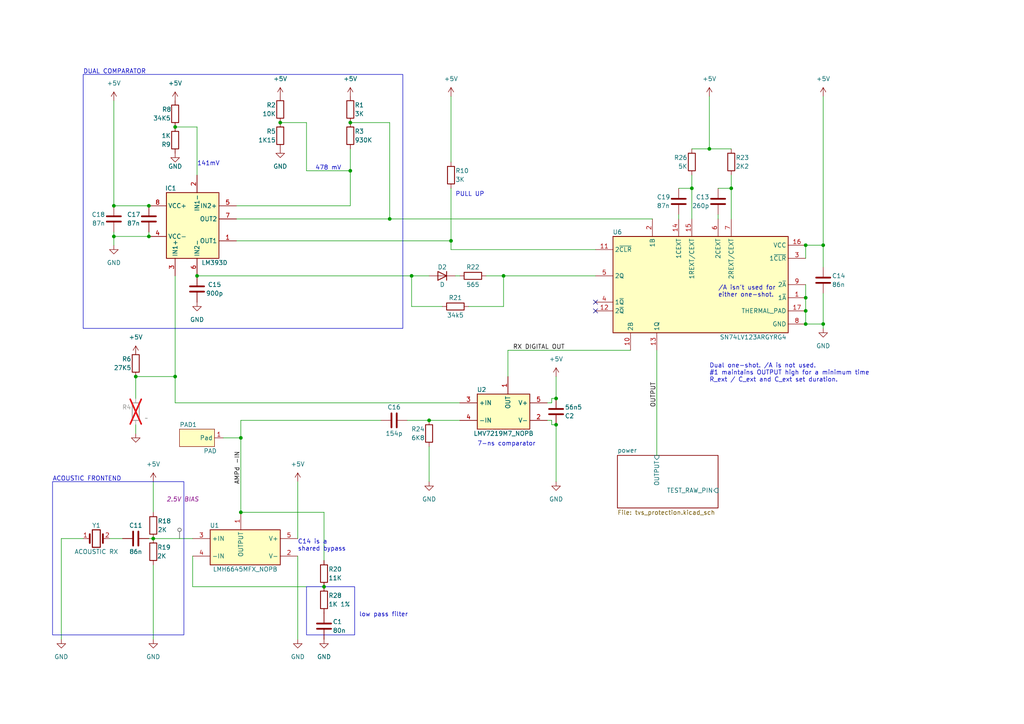
<source format=kicad_sch>
(kicad_sch (version 20230409) (generator eeschema)
  (paper "A4")
  (lib_symbols
    (symbol "Crystal_1" (pin_names (offset 1.016) hide)
      (property "Reference" "Y2" (at 0 6.35 0))
      (property "Value" "Crystal" (at 0 3.81 0))
      (symbol "Crystal_1_0_1"
        (rectangle (start -1.143 2.54) (end 1.143 -2.54) (stroke (width 0.3048)))
        (polyline (pts (xy -2.54 0) (xy -1.905 0)))
        (polyline (pts (xy -1.905 -1.27) (xy -1.905 1.27)) (stroke (width 0.508)))
        (polyline (pts (xy 1.905 -1.27) (xy 1.905 1.27)) (stroke (width 0.508)))
        (polyline (pts (xy 2.54 0) (xy 1.905 0)))
      )
      (symbol "Crystal_1_1_1"
        (pin passive line (at -3.81 0 0) (length 1.27) (name "1") (number "1"))
        (pin passive line (at 3.81 0 180) (length 1.27) (name "2") (number "2"))
      )
    )
    (symbol "Device:C" (pin_numbers hide) (pin_names (offset 0.254))
      (property "Reference" "C" (at 0.635 2.54 0))
      (property "Value" "C" (at 0.635 -2.54 0))
      (symbol "C_0_1"
        (polyline (pts (xy -2.032 -0.762) (xy 2.032 -0.762)) (stroke (width 0.508)))
        (polyline (pts (xy -2.032 0.762) (xy 2.032 0.762)) (stroke (width 0.508)))
      )
      (symbol "C_1_1"
        (pin passive line (at 0 3.81 270) (length 2.794) (name "~") (number "1"))
        (pin passive line (at 0 -3.81 90) (length 2.794) (name "~") (number "2"))
      )
    )
    (symbol "Device:D" (pin_numbers hide) (pin_names (offset 1.016) hide)
      (property "Reference" "D" (at 0 2.54 0))
      (property "Value" "D" (at 0 -2.54 0))
      (symbol "D_0_1"
        (polyline (pts (xy -1.27 1.27) (xy -1.27 -1.27)) (stroke (width 0.254)))
        (polyline (pts (xy 1.27 0) (xy -1.27 0)))
        (polyline (pts (xy 1.27 1.27) (xy 1.27 -1.27) (xy -1.27 0) (xy 1.27 1.27)) (stroke (width 0.254)))
      )
      (symbol "D_1_1"
        (pin passive line (at -3.81 0 0) (length 2.54) (name "K") (number "1"))
        (pin passive line (at 3.81 0 180) (length 2.54) (name "A") (number "2"))
      )
    )
    (symbol "Device:R" (pin_numbers hide) (pin_names (offset 0))
      (property "Reference" "R" (at 2.032 0 90))
      (property "Value" "R" (at 0 0 90))
      (symbol "R_0_1"
        (rectangle (start -1.016 -2.54) (end 1.016 2.54) (stroke (width 0.254)))
      )
      (symbol "R_1_1"
        (pin passive line (at 0 3.81 270) (length 1.27) (name "~") (number "1"))
        (pin passive line (at 0 -3.81 90) (length 1.27) (name "~") (number "2"))
      )
    )
    (symbol "LM393D_1"
      (property "Reference" "IC1" (at 6.35 3.81 0))
      (property "Value" "LM393D" (at 19.05 -17.78 0))
      (symbol "LM393D_1_1_1"
        (rectangle (start 5.08 2.54) (end 20.32 -16.51) (stroke (width 0.254)) (fill (type background)))
        (pin passive line (at 25.4 -11.43 180) (length 5.08) (name "OUT1") (number "1"))
        (pin passive line (at 13.97 7.62 270) (length 5.08) (name "IN1-") (number "2"))
        (pin passive line (at 7.62 -21.59 90) (length 5.08) (name "IN1+") (number "3"))
        (pin passive line (at 0 -10.16 0) (length 5.08) (name "VCC-") (number "4"))
        (pin passive line (at 25.4 -1.27 180) (length 5.08) (name "IN2+") (number "5"))
        (pin passive line (at 13.97 -21.59 90) (length 5.08) (name "IN2-") (number "6"))
        (pin passive line (at 25.4 -5.08 180) (length 5.08) (name "OUT2") (number "7"))
        (pin passive line (at 0 -1.27 0) (length 5.08) (name "VCC+") (number "8"))
      )
    )
    (symbol "SamacSys_Parts:LMH6645MFX_NOPB"
      (property "Reference" "IC1" (at -8.89 6.35 0))
      (property "Value" "LMH6645MFX_NOPB" (at 0 -6.35 0))
      (symbol "LMH6645MFX_NOPB_1_1"
        (rectangle (start -10.16 5.08) (end 10.16 -5.08) (stroke (width 0.254)) (fill (type background)))
        (pin passive line (at -1.27 10.16 270) (length 5.08) (name "OUTPUT") (number "1"))
        (pin passive line (at 15.24 -2.54 180) (length 5.08) (name "V-") (number "2"))
        (pin passive line (at -15.24 2.54 0) (length 5.08) (name "+IN") (number "3"))
        (pin passive line (at -15.24 -2.54 0) (length 5.08) (name "-IN") (number "4"))
        (pin passive line (at 15.24 2.54 180) (length 5.08) (name "V+") (number "5"))
      )
    )
    (symbol "SamacSys_Parts:LMV7219M7_NOPB"
      (property "Reference" "U2" (at 6.35 3.81 0))
      (property "Value" "LMV7219M7_NOPB" (at 12.7 -8.89 0))
      (symbol "LMV7219M7_NOPB_1_1"
        (rectangle (start 5.08 2.54) (end 20.32 -7.62) (stroke (width 0.254)) (fill (type background)))
        (pin passive line (at 13.97 7.62 270) (length 5.08) (name "OUT") (number "1"))
        (pin passive line (at 25.4 -5.08 180) (length 5.08) (name "V-") (number "2"))
        (pin passive line (at 0 0 0) (length 5.08) (name "+IN") (number "3"))
        (pin passive line (at 0 -5.08 0) (length 5.08) (name "-IN") (number "4"))
        (pin passive line (at 25.4 0 180) (length 5.08) (name "V+") (number "5"))
      )
    )
    (symbol "SamacSys_Parts:SN74LV123ARGYRG4"
      (property "Reference" "U6" (at -22.86 13.97 0))
      (property "Value" "SN74LV123ARGYRG4" (at 16.51 -16.51 0))
      (symbol "SN74LV123ARGYRG4_1_1"
        (rectangle (start -24.13 12.7) (end 26.67 -15.24) (stroke (width 0.254)) (fill (type background)))
        (pin passive line (at 31.75 -5.08 180) (length 5.08) (name "1~{A}") (number "1"))
        (pin passive line (at -19.05 -20.32 90) (length 5.08) (name "2B") (number "10"))
        (pin passive line (at -29.21 8.89 0) (length 5.08) (name "2~{CLR}") (number "11"))
        (pin passive line (at -29.21 -8.89 0) (length 5.08) (name "2~{Q}") (number "12"))
        (pin passive line (at -11.43 -20.32 90) (length 5.08) (name "1Q") (number "13"))
        (pin passive line (at -5.08 17.78 270) (length 5.08) (name "1CEXT") (number "14"))
        (pin passive line (at -1.27 17.78 270) (length 5.08) (name "1REXT/CEXT") (number "15"))
        (pin passive line (at 31.75 10.16 180) (length 5.08) (name "VCC") (number "16"))
        (pin passive line (at 31.75 -8.89 180) (length 5.08) (name "THERMAL_PAD") (number "17"))
        (pin passive line (at -12.7 17.78 270) (length 5.08) (name "1B") (number "2"))
        (pin passive line (at 31.75 6.35 180) (length 5.08) (name "1~{CLR}") (number "3"))
        (pin passive line (at -29.21 -6.35 0) (length 5.08) (name "1~{Q}") (number "4"))
        (pin passive line (at -29.21 1.27 0) (length 5.08) (name "2Q") (number "5"))
        (pin passive line (at 6.35 17.78 270) (length 5.08) (name "2CEXT") (number "6"))
        (pin passive line (at 10.16 17.78 270) (length 5.08) (name "2REXT/CEXT") (number "7"))
        (pin passive line (at 31.75 -12.7 180) (length 5.08) (name "GND") (number "8"))
        (pin passive line (at 31.75 -1.27 180) (length 5.08) (name "2~{A}") (number "9"))
      )
    )
    (symbol "mg:mg_test_point"
      (property "Reference" "PAD1" (at -5.08 5.08 0))
      (property "Value" "PAD" (at -5.08 2.54 0))
      (symbol "mg_test_point_1_1"
        (rectangle (start -12.7 0) (end -2.54 -5.08) (fill (type background)))
        (pin unspecified line (at 0 -2.54 180) (length 2.54) (name "Pad") (number "1"))
      )
    )
    (symbol "power:+5V" (power) (pin_names (offset 0))
      (property "Value" "+5V" (at 0 3.556 0))
      (symbol "+5V_0_1"
        (polyline (pts (xy -0.762 1.27) (xy 0 2.54)))
        (polyline (pts (xy 0 0) (xy 0 2.54)))
        (polyline (pts (xy 0 2.54) (xy 0.762 1.27)))
      )
      (symbol "+5V_1_1"
        (pin power_in line (at 0 0 90) (length 0) hide (name "+5V") (number "1"))
      )
    )
    (symbol "power:GND" (power) (pin_names (offset 0))
      (property "Value" "GND" (at 0 -3.81 0))
      (symbol "GND_0_1"
        (polyline (pts (xy 0 0) (xy 0 -1.27) (xy 1.27 -1.27) (xy 0 -2.54) (xy -1.27 -1.27) (xy 0 -1.27)))
      )
      (symbol "GND_1_1"
        (pin power_in line (at 0 0 270) (length 0) hide (name "GND") (number "1"))
      )
    )
  )
  (junction (at 124.46 121.92))
  (junction (at 161.29 123.19))
  (junction (at 43.18 59.69))
  (junction (at 119.38 80.01))
  (junction (at 81.28 35.56))
  (junction (at 205.74 43.18))
  (junction (at 43.18 68.58))
  (junction (at 93.98 170.18))
  (junction (at 101.6 35.56))
  (junction (at 50.8 36.83))
  (junction (at 33.02 59.69))
  (junction (at 50.8 109.22))
  (junction (at 101.6 49.53))
  (junction (at 200.66 54.61))
  (junction (at 238.76 71.12))
  (junction (at 238.76 93.98))
  (junction (at 33.02 68.58))
  (junction (at 130.81 69.85))
  (junction (at 233.68 86.36))
  (junction (at 233.68 93.98))
  (junction (at 233.68 71.12))
  (junction (at 161.29 115.57))
  (junction (at 44.45 156.21))
  (junction (at 146.05 80.01))
  (junction (at 212.09 54.61))
  (junction (at 57.15 80.01))
  (junction (at 69.85 148.59))
  (junction (at 39.37 109.22))
  (junction (at 69.85 127))
  (junction (at 113.03 63.5))
  (junction (at 233.68 90.17))
  (no_connect (at 172.72 90.17))
  (no_connect (at 172.72 87.63))
  (wire (pts (xy 113.03 35.56) (xy 113.03 63.5)))
  (wire (pts (xy 43.18 67.31) (xy 43.18 68.58)))
  (wire (pts (xy 158.75 116.84) (xy 160.02 116.84)))
  (wire (pts (xy 124.46 139.7) (xy 124.46 129.54)))
  (wire (pts (xy 44.45 156.21) (xy 55.88 156.21)))
  (wire (pts (xy 88.9 49.53) (xy 101.6 49.53)))
  (wire (pts (xy 130.81 72.39) (xy 172.72 72.39)))
  (wire (pts (xy 31.75 156.21) (xy 35.56 156.21)))
  (wire (pts (xy 160.02 121.92) (xy 160.02 123.19)))
  (wire (pts (xy 119.38 80.01) (xy 57.15 80.01)))
  (wire (pts (xy 113.03 35.56) (xy 101.6 35.56)))
  (wire (pts (xy 44.45 163.83) (xy 44.45 185.42)))
  (wire (pts (xy 146.05 80.01) (xy 146.05 88.9)))
  (wire (pts (xy 69.85 121.92) (xy 69.85 127)))
  (wire (pts (xy 161.29 139.7) (xy 161.29 123.19)))
  (wire (pts (xy 39.37 102.87) (xy 39.37 101.6)))
  (wire (pts (xy 233.68 93.98) (xy 238.76 93.98)))
  (wire (pts (xy 69.85 148.59) (xy 93.98 148.59)))
  (wire (pts (xy 33.02 29.21) (xy 33.02 59.69)))
  (wire (pts (xy 86.36 139.7) (xy 86.36 156.21)))
  (wire (pts (xy 101.6 43.18) (xy 101.6 49.53)))
  (wire (pts (xy 50.8 116.84) (xy 133.35 116.84)))
  (wire (pts (xy 160.02 116.84) (xy 160.02 115.57)))
  (wire (pts (xy 128.27 88.9) (xy 119.38 88.9)))
  (wire (pts (xy 69.85 121.92) (xy 110.49 121.92)))
  (wire (pts (xy 119.38 80.01) (xy 124.46 80.01)))
  (wire (pts (xy 43.18 156.21) (xy 44.45 156.21)))
  (wire (pts (xy 146.05 80.01) (xy 172.72 80.01)))
  (wire (pts (xy 233.68 86.36) (xy 233.68 90.17)))
  (wire (pts (xy 50.8 36.83) (xy 57.15 36.83)))
  (wire (pts (xy 190.5 101.6) (xy 190.5 132.08)))
  (wire (pts (xy 39.37 123.19) (xy 39.37 125.73)))
  (wire (pts (xy 196.85 63.5) (xy 196.85 62.23)))
  (wire (pts (xy 44.45 139.7) (xy 44.45 148.59)))
  (wire (pts (xy 113.03 63.5) (xy 189.23 63.5)))
  (wire (pts (xy 238.76 27.94) (xy 238.76 71.12)))
  (wire (pts (xy 147.32 101.6) (xy 182.88 101.6)))
  (wire (pts (xy 205.74 27.94) (xy 205.74 43.18)))
  (wire (pts (xy 39.37 115.57) (xy 39.37 109.22)))
  (wire (pts (xy 160.02 123.19) (xy 161.29 123.19)))
  (wire (pts (xy 101.6 49.53) (xy 101.6 59.69)))
  (wire (pts (xy 130.81 69.85) (xy 130.81 72.39)))
  (wire (pts (xy 50.8 109.22) (xy 50.8 116.84)))
  (wire (pts (xy 146.05 88.9) (xy 135.89 88.9)))
  (wire (pts (xy 17.78 156.21) (xy 24.13 156.21)))
  (wire (pts (xy 118.11 121.92) (xy 124.46 121.92)))
  (wire (pts (xy 140.97 80.01) (xy 146.05 80.01)))
  (wire (pts (xy 68.58 63.5) (xy 113.03 63.5)))
  (wire (pts (xy 17.78 156.21) (xy 17.78 185.42)))
  (wire (pts (xy 158.75 121.92) (xy 160.02 121.92)))
  (wire (pts (xy 205.74 43.18) (xy 212.09 43.18)))
  (wire (pts (xy 212.09 50.8) (xy 212.09 54.61)))
  (wire (pts (xy 39.37 109.22) (xy 50.8 109.22)))
  (wire (pts (xy 68.58 59.69) (xy 101.6 59.69)))
  (wire (pts (xy 196.85 54.61) (xy 200.66 54.61)))
  (wire (pts (xy 238.76 71.12) (xy 238.76 77.47)))
  (wire (pts (xy 69.85 127) (xy 69.85 148.59)))
  (wire (pts (xy 86.36 185.42) (xy 86.36 161.29)))
  (wire (pts (xy 33.02 68.58) (xy 33.02 67.31)))
  (wire (pts (xy 55.88 170.18) (xy 93.98 170.18)))
  (wire (pts (xy 161.29 109.22) (xy 161.29 115.57)))
  (wire (pts (xy 64.77 127) (xy 69.85 127)))
  (wire (pts (xy 200.66 43.18) (xy 205.74 43.18)))
  (wire (pts (xy 212.09 54.61) (xy 212.09 63.5)))
  (wire (pts (xy 200.66 54.61) (xy 200.66 63.5)))
  (wire (pts (xy 57.15 36.83) (xy 57.15 50.8)))
  (wire (pts (xy 233.68 82.55) (xy 233.68 86.36)))
  (wire (pts (xy 119.38 88.9) (xy 119.38 80.01)))
  (wire (pts (xy 68.58 69.85) (xy 130.81 69.85)))
  (wire (pts (xy 33.02 59.69) (xy 43.18 59.69)))
  (wire (pts (xy 130.81 54.61) (xy 130.81 69.85)))
  (wire (pts (xy 208.28 63.5) (xy 208.28 62.23)))
  (wire (pts (xy 81.28 35.56) (xy 88.9 35.56)))
  (wire (pts (xy 200.66 50.8) (xy 200.66 54.61)))
  (wire (pts (xy 238.76 93.98) (xy 238.76 85.09)))
  (wire (pts (xy 147.32 101.6) (xy 147.32 109.22)))
  (wire (pts (xy 93.98 148.59) (xy 93.98 162.56)))
  (wire (pts (xy 55.88 161.29) (xy 55.88 170.18)))
  (wire (pts (xy 132.08 80.01) (xy 133.35 80.01)))
  (wire (pts (xy 233.68 71.12) (xy 238.76 71.12)))
  (wire (pts (xy 130.81 27.94) (xy 130.81 46.99)))
  (wire (pts (xy 160.02 115.57) (xy 161.29 115.57)))
  (wire (pts (xy 50.8 80.01) (xy 50.8 109.22)))
  (wire (pts (xy 233.68 90.17) (xy 233.68 93.98)))
  (wire (pts (xy 88.9 35.56) (xy 88.9 49.53)))
  (wire (pts (xy 233.68 71.12) (xy 233.68 74.93)))
  (wire (pts (xy 124.46 121.92) (xy 133.35 121.92)))
  (wire (pts (xy 33.02 68.58) (xy 43.18 68.58)))
  (wire (pts (xy 33.02 68.58) (xy 33.02 71.12)))
  (wire (pts (xy 238.76 93.98) (xy 238.76 95.25)))
  (wire (pts (xy 208.28 54.61) (xy 212.09 54.61)))
  (rectangle (start 88.9 170.18) (end 102.87 184.15))
  (rectangle (start 24.13 21.59) (end 116.84 95.25))
  (rectangle (start 15.24 139.7) (end 53.34 184.15))
  (text "141mV" (at 57.15 48.26 0) (effects (font (size 1.27 1.27)) (justify left bottom)))
  (text "Dual one-shot. /A is not used.\n#1 maintains OUTPUT high for a minimum time\nR_ext / C_ext and C_ext set duration.\n\n" (at 205.74 113.03 0) (effects (font (size 1.27 1.27)) (justify left bottom)))
  (text "C14 is a\nshared bypass" (at 86.36 160.02 0) (effects (font (size 1.27 1.27)) (justify left bottom)))
  (text "DUAL COMPARATOR" (at 24.13 21.59 0) (effects (font (size 1.27 1.27)) (justify left bottom)))
  (text "478 mV" (at 91.44 49.53 0) (effects (font (size 1.27 1.27)) (justify left bottom)))
  (text "PULL UP" (at 132.08 57.15 0) (effects (font (size 1.27 1.27)) (justify left bottom)))
  (text "7-ns comparator" (at 138.43 129.54 0) (effects (font (size 1.27 1.27)) (justify left bottom)))
  (text "PIN2 may be measuring\nsupply voltage (+5V)" (at -24.13 39.37 0) (effects (font (size 1.27 1.27)) (justify left bottom)))
  (text "/A isn't used for\neither one-shot." (at 208.28 86.36 0) (effects (font (size 1.27 1.27)) (justify left bottom)))
  (text "low pass filter" (at 104.14 179.07 0) (effects (font (size 1.27 1.27)) (justify left bottom)))
  (text "ACOUSTIC FRONTEND" (at 15.24 139.7 0) (effects (font (size 1.27 1.27)) (justify left bottom)))
  (label "AMPd -IN" (at 69.85 130.81 270))
  (label "OUTPUT" (at 190.5 118.11 90))
  (label "RX DIGITAL OUT" (at 163.83 101.6 180))
  (netclass_flag "" (length 2.54) (shape round) (at 52.07 156.21 0) (property "Netclass" "2.5V BIAS" (at 48.26 144.78 0) (effects (font italic) (justify left))))
  (symbol (lib_id "power:+5V") (at 44.45 139.7 0) (unit 1)
    (property "Reference" "#PWR034" (effects hide))
    (property "Value" "+5V" (at 44.45 134.62 0))
  )
  (symbol (lib_id "Device:R") (at 81.28 31.75 180) (unit 1)
    (property "Reference" "R2" (at 80.01 30.48 0) (effects (justify left)))
    (property "Value" "10K" (at 80.01 33.02 0) (effects (justify left)))
    (property "Footprint" "mg_footprints:C_0603Metric" (effects hide))
  )
  (symbol (lib_id "Device:R") (at 130.81 50.8 0) (unit 1)
    (property "Reference" "R10" (at 132.08 49.53 0) (effects (justify left)))
    (property "Value" "3K" (at 132.08 52.07 0) (effects (justify left)))
    (property "Footprint" "mg_footprints:C_0603Metric" (effects hide))
  )
  (symbol (lib_id "Device:R") (at 81.28 39.37 0) (unit 1)
    (property "Reference" "R5" (at 80.01 38.1 0) (effects (justify right)))
    (property "Value" "1K15" (at 80.01 40.64 0) (effects (justify right)))
    (property "Footprint" "mg_footprints:C_0603Metric" (effects hide))
  )
  (symbol (lib_id "power:+5V") (at 33.02 29.21 0) (unit 1)
    (property "Reference" "#PWR014" (effects hide))
    (property "Value" "+5V" (at 33.02 24.13 0))
  )
  (symbol (lib_id "power:GND") (at 44.45 185.42 0) (unit 1)
    (property "Reference" "#PWR016" (effects hide))
    (property "Value" "GND" (at 44.45 190.5 0))
  )
  (symbol (lib_id "Device:C") (at 93.98 181.61 180) (unit 1)
    (property "Reference" "C1" (at 96.52 180.34 0) (effects (justify right)))
    (property "Value" "80n" (at 96.52 182.88 0) (effects (justify right)))
    (property "Footprint" "mg_footprints:C_0603Metric" (effects hide))
  )
  (symbol (lib_id "Device:R") (at 44.45 160.02 180) (unit 1)
    (property "Reference" "R19" (at 49.53 158.75 0) (effects (justify left)))
    (property "Value" "2K" (at 48.26 161.29 0) (effects (justify left)))
    (property "Footprint" "mg_footprints:C_0603Metric" (effects hide))
  )
  (symbol (lib_name "LM393D_1") (lib_id "SamacSys_Parts:LM393D") (at 43.18 58.42 0) (unit 1)
    (property "Reference" "IC1" (at 49.53 54.61 0))
    (property "Value" "LM393D" (at 62.23 76.2 0))
    (property "Footprint" "SOIC127P600X175-8N" (effects hide))
    (property "Datasheet" "http://www.st.com/st-web-ui/static/active/en/resource/technical/document/datasheet/CD00000465.pdf" (effects hide))
    (property "Height" "1.75" (effects hide))
    (property "Mouser Part Number" "511-LM393D" (effects hide))
    (property "Mouser Price/Stock" "https://www.mouser.co.uk/ProductDetail/STMicroelectronics/LM393D?qs=htKRmzjvioSpfPyLiLnV1A%3D%3D" (effects hide))
    (property "Manufacturer_Name" "STMicroelectronics" (effects hide))
    (property "Manufacturer_Part_Number" "LM393D" (effects hide))
  )
  (symbol (lib_id "power:GND") (at 124.46 139.7 0) (unit 1)
    (property "Reference" "#PWR012" (effects hide))
    (property "Value" "GND" (at 124.46 144.78 0))
  )
  (symbol (lib_id "power:GND") (at 17.78 185.42 0) (unit 1)
    (property "Reference" "#PWR03" (effects hide))
    (property "Value" "GND" (at 17.78 190.5 0))
  )
  (symbol (lib_id "power:GND") (at 39.37 125.73 0) (unit 1)
    (property "Reference" "#PWR031" (effects hide))
    (property "Value" "GND" (effects hide))
  )
  (symbol (lib_id "power:GND") (at 238.76 95.25 0) (unit 1)
    (property "Reference" "#PWR027" (effects hide))
    (property "Value" "GND" (at 238.76 100.33 0))
  )
  (symbol (lib_id "Device:R") (at 101.6 39.37 180) (unit 1)
    (property "Reference" "R3" (at 102.87 38.1 0) (effects (justify right)))
    (property "Value" "930K" (at 102.87 40.64 0) (effects (justify right)))
    (property "Footprint" "mg_footprints:C_0603Metric" (effects hide))
  )
  (symbol (lib_id "Device:R") (at 137.16 80.01 270) (unit 1)
    (property "Reference" "R22" (at 137.16 77.47 90))
    (property "Value" "565" (at 137.16 82.55 90))
    (property "Footprint" "mg_footprints:C_0603Metric" (effects hide))
  )
  (symbol (lib_id "Device:R") (at 39.37 119.38 0) (unit 1) (dnp yes)
    (property "Reference" "R4" (at 38.1 118.11 0) (effects (justify right)))
    (property "Value" "~" (at 41.91 121.285 0) (effects (justify left)))
    (property "Footprint" "mg_footprints:C_0603Metric" (effects hide))
  )
  (symbol (lib_id "Device:R") (at 50.8 33.02 0) (unit 1)
    (property "Reference" "R8" (at 46.99 31.75 0) (effects (justify left)))
    (property "Value" "34K5" (at 49.53 34.29 0) (effects (justify right)))
    (property "Footprint" "mg_footprints:C_0603Metric" (effects hide))
  )
  (symbol (lib_id "Device:D") (at 128.27 80.01 180) (unit 1)
    (property "Reference" "D2" (at 128.27 77.47 0))
    (property "Value" "D" (at 128.27 82.55 0))
    (property "Footprint" "Diode_SMD:D_0402_1005Metric" (effects hide))
    (property "Sim.Device" "D" (effects hide))
    (property "Sim.Pins" "1=K 2=A" (effects hide))
  )
  (symbol (lib_id "power:GND") (at 50.8 44.45 0) (unit 1)
    (property "Reference" "#PWR025" (effects hide))
    (property "Value" "GND" (at 50.8 48.26 0))
  )
  (symbol (lib_id "mg:mg_test_point") (at 64.77 124.46 0) (unit 1)
    (property "Reference" "PAD1" (at 54.61 123.19 0))
    (property "Value" "PAD" (at 60.96 130.81 0))
    (property "Footprint" "mg_footprints:testpoint" (effects hide))
  )
  (symbol (lib_id "Device:R") (at 44.45 152.4 0) (unit 1)
    (property "Reference" "R18" (at 45.72 151.13 0) (effects (justify left)))
    (property "Value" "2K" (at 45.72 153.67 0) (effects (justify left)))
    (property "Footprint" "mg_footprints:C_0603Metric" (effects hide))
  )
  (symbol (lib_id "Device:R") (at 124.46 125.73 180) (unit 1)
    (property "Reference" "R24" (at 123.19 124.46 0) (effects (justify left)))
    (property "Value" "6K8" (at 123.19 127 0) (effects (justify left)))
    (property "Footprint" "mg_footprints:C_0603Metric" (effects hide))
  )
  (symbol (lib_id "power:GND") (at 86.36 185.42 0) (unit 1)
    (property "Reference" "#PWR04" (effects hide))
    (property "Value" "GND" (at 86.36 190.5 0))
  )
  (symbol (lib_id "Device:R") (at 200.66 46.99 0) (unit 1)
    (property "Reference" "R26" (at 199.39 45.72 0) (effects (justify right)))
    (property "Value" "5K" (at 199.39 48.26 0) (effects (justify right)))
    (property "Footprint" "mg_footprints:C_0603Metric" (effects hide))
  )
  (symbol (lib_name "Crystal_1") (lib_id "Device:Crystal") (at 27.94 156.21 0) (unit 1)
    (property "Reference" "Y1" (at 27.94 152.4 0))
    (property "Value" "ACOUSTIC RX" (at 27.94 160.02 0))
    (property "Footprint" "mg_footprints:piezo" (effects hide))
  )
  (symbol (lib_id "power:+5V") (at 238.76 27.94 0) (unit 1)
    (property "Reference" "#PWR026" (effects hide))
    (property "Value" "+5V" (at 238.76 22.86 0))
  )
  (symbol (lib_id "power:+5V") (at 39.37 102.87 0) (unit 1)
    (property "Reference" "#PWR036" (effects hide))
    (property "Value" "+5V" (at 39.37 97.79 0))
  )
  (symbol (lib_id "power:+5V") (at 101.6 27.94 0) (unit 1)
    (property "Reference" "#PWR022" (effects hide))
    (property "Value" "+5V" (at 101.6 22.86 0))
  )
  (symbol (lib_id "Device:R") (at 132.08 88.9 90) (unit 1)
    (property "Reference" "R21" (at 132.08 86.36 90))
    (property "Value" "34k5" (at 132.08 91.44 90))
    (property "Footprint" "mg_footprints:C_0603Metric" (effects hide))
  )
  (symbol (lib_id "power:+5V") (at 50.8 29.21 0) (unit 1)
    (property "Reference" "#PWR024" (effects hide))
    (property "Value" "+5V" (at 50.8 24.13 0))
  )
  (symbol (lib_id "power:+5V") (at 130.81 27.94 0) (unit 1)
    (property "Reference" "#PWR023" (effects hide))
    (property "Value" "+5V" (at 130.81 22.86 0))
  )
  (symbol (lib_id "Device:C") (at 39.37 156.21 270) (unit 1)
    (property "Reference" "C11" (at 39.37 152.4 90))
    (property "Value" "86n" (at 39.37 160.02 90))
    (property "Footprint" "mg_footprints:C_0603Metric" (effects hide))
  )
  (symbol (lib_id "Device:C") (at 33.02 63.5 0) (unit 1)
    (property "Reference" "C18" (at 30.48 62.23 0) (effects (justify right)))
    (property "Value" "87n" (at 30.48 64.77 0) (effects (justify right)))
    (property "Footprint" "mg_footprints:C_0603Metric" (effects hide))
  )
  (symbol (lib_id "power:GND") (at 161.29 139.7 0) (unit 1)
    (property "Reference" "#PWR011" (effects hide))
    (property "Value" "GND" (at 161.29 144.78 0))
  )
  (symbol (lib_id "power:+5V") (at 81.28 27.94 0) (unit 1)
    (property "Reference" "#PWR021" (effects hide))
    (property "Value" "+5V" (at 81.28 22.86 0))
  )
  (symbol (lib_id "Device:C") (at 114.3 121.92 270) (unit 1)
    (property "Reference" "C16" (at 114.3 118.11 90))
    (property "Value" "154p" (at 114.3 125.73 90))
    (property "Footprint" "mg_footprints:C_0603Metric" (effects hide))
  )
  (symbol (lib_id "power:+5V") (at 205.74 27.94 0) (unit 1)
    (property "Reference" "#PWR013" (effects hide))
    (property "Value" "+5V" (at 205.74 22.86 0))
  )
  (symbol (lib_id "Device:R") (at 212.09 46.99 0) (unit 1)
    (property "Reference" "R23" (at 213.36 45.72 0) (effects (justify left)))
    (property "Value" "2K2" (at 213.36 48.26 0) (effects (justify left)))
    (property "Footprint" "mg_footprints:C_0603Metric" (effects hide))
  )
  (symbol (lib_id "power:GND") (at 93.98 185.42 0) (unit 1)
    (property "Reference" "#PWR035" (effects hide))
    (property "Value" "GND" (at 93.98 190.5 0))
  )
  (symbol (lib_id "power:+5V") (at 161.29 109.22 0) (unit 1)
    (property "Reference" "#PWR010" (effects hide))
    (property "Value" "+5V" (at 161.29 104.14 0))
  )
  (symbol (lib_id "Device:C") (at 161.29 119.38 180) (unit 1)
    (property "Reference" "C2" (at 163.83 120.65 0) (effects (justify right)))
    (property "Value" "56n5" (at 163.83 118.11 0) (effects (justify right)))
    (property "Footprint" "mg_footprints:C_0603Metric" (effects hide))
  )
  (symbol (lib_id "Device:C") (at 43.18 63.5 0) (unit 1)
    (property "Reference" "C17" (at 36.83 62.23 0) (effects (justify left)))
    (property "Value" "87n" (at 36.83 64.77 0) (effects (justify left)))
    (property "Footprint" "mg_footprints:C_0603Metric" (effects hide))
  )
  (symbol (lib_id "Device:C") (at 238.76 81.28 0) (unit 1)
    (property "Reference" "C14" (at 241.3 80.01 0) (effects (justify left)))
    (property "Value" "86n" (at 241.3 82.55 0) (effects (justify left)))
    (property "Footprint" "mg_footprints:C_0603Metric" (effects hide))
  )
  (symbol (lib_id "Device:C") (at 208.28 58.42 0) (unit 1)
    (property "Reference" "C13" (at 205.74 57.15 0) (effects (justify right)))
    (property "Value" "260p" (at 205.74 59.69 0) (effects (justify right)))
    (property "Footprint" "mg_footprints:C_0603Metric" (effects hide))
  )
  (symbol (lib_id "Device:R") (at 50.8 40.64 180) (unit 1)
    (property "Reference" "R9" (at 49.53 41.91 0) (effects (justify left)))
    (property "Value" "1K" (at 49.53 39.37 0) (effects (justify left)))
    (property "Footprint" "mg_footprints:C_0603Metric" (effects hide))
  )
  (symbol (lib_id "Device:R") (at 93.98 166.37 180) (unit 1)
    (property "Reference" "R20" (at 95.25 165.1 0) (effects (justify right)))
    (property "Value" "11K" (at 95.25 167.64 0) (effects (justify right)))
    (property "Footprint" "mg_footprints:R_0402_1005Metric" (effects hide))
  )
  (symbol (lib_id "SamacSys_Parts:SN74LV123ARGYRG4") (at 201.93 81.28 0) (unit 1)
    (property "Reference" "U6" (at 179.07 67.31 0))
    (property "Value" "SN74LV123ARGYRG4" (at 218.44 97.79 0))
    (property "Footprint" "mg_footprints:SN74LV123ARGYRG4" (effects hide))
    (property "Datasheet" "https://www.ti.com/lit/ds/symlink/sn74lv123a.pdf?HQS=dis-mous-null-mousermode-dsf-pf-null-wwe&ts=1650611412633&ref_url=https%253A%252F%252Fwww.mouser.dk%252F" (effects hide))
    (property "Height" "1" (effects hide))
    (property "Manufacturer_Name" "Texas Instruments" (effects hide))
    (property "Manufacturer_Part_Number" "SN74LV123ARGYRG4" (effects hide))
  )
  (symbol (lib_id "SamacSys_Parts:LMV7219M7_NOPB") (at 133.35 116.84 0) (unit 1)
    (property "Reference" "U2" (at 139.7 113.03 0))
    (property "Value" "LMV7219M7_NOPB" (at 146.05 125.73 0))
    (property "Footprint" "SOT65P210X110-5N" (effects hide))
    (property "Datasheet" "http://www.ti.com/lit/ds/symlink/lmv7219.pdf" (effects hide))
    (property "Height" "1.1" (effects hide))
    (property "Mouser Part Number" "926-LMV7219M7/NOPB" (effects hide))
    (property "Mouser Price/Stock" "https://www.mouser.co.uk/ProductDetail/Texas-Instruments/LMV7219M7-NOPB?qs=7lkVKPoqpbZd4h%2FFBTZ9GA%3D%3D" (effects hide))
    (property "Manufacturer_Name" "Texas Instruments" (effects hide))
    (property "Manufacturer_Part_Number" "LMV7219M7/NOPB" (effects hide))
  )
  (symbol (lib_id "Device:R") (at 93.98 173.99 0) (unit 1)
    (property "Reference" "R28" (at 95.25 172.72 0) (effects (justify left)))
    (property "Value" "1K 1%" (at 95.25 175.26 0) (effects (justify left)))
    (property "Footprint" "Resistor_SMD:R_0402_1005Metric" (effects hide))
  )
  (symbol (lib_id "power:GND") (at 57.15 87.63 0) (unit 1)
    (property "Reference" "#PWR028" (effects hide))
    (property "Value" "GND" (at 57.15 92.71 0))
  )
  (symbol (lib_id "power:GND") (at 81.28 43.18 0) (unit 1)
    (property "Reference" "#PWR017" (effects hide))
    (property "Value" "GND" (at 81.28 48.26 0))
  )
  (symbol (lib_id "SamacSys_Parts:LMH6645MFX_NOPB") (at 71.12 158.75 0) (unit 1)
    (property "Reference" "U1" (at 62.23 152.4 0))
    (property "Value" "LMH6645MFX_NOPB" (at 71.12 165.1 0))
    (property "Footprint" "SOT95P280X145-5N" (effects hide))
    (property "Datasheet" "http://www.ti.com/lit/gpn/LMH6645" (effects hide))
    (property "Height" "1.45" (effects hide))
    (property "Mouser Part Number" "926-LMH6645MFX/NOPB" (effects hide))
    (property "Mouser Price/Stock" "https://www.mouser.co.uk/ProductDetail/Texas-Instruments/LMH6645MFX-NOPB?qs=7lkVKPoqpba4I%252BsmIb7%2FsA%3D%3D" (effects hide))
    (property "Manufacturer_Name" "Texas Instruments" (effects hide))
    (property "Manufacturer_Part_Number" "LMH6645MFX/NOPB" (effects hide))
  )
  (symbol (lib_id "power:GND") (at 33.02 71.12 0) (unit 1)
    (property "Reference" "#PWR015" (effects hide))
    (property "Value" "GND" (at 33.02 76.2 0))
  )
  (symbol (lib_id "Device:C") (at 196.85 58.42 0) (unit 1)
    (property "Reference" "C19" (at 190.5 57.15 0) (effects (justify left)))
    (property "Value" "87n" (at 190.5 59.69 0) (effects (justify left)))
    (property "Footprint" "mg_footprints:C_0603Metric" (effects hide))
  )
  (symbol (lib_id "Device:R") (at 39.37 105.41 0) (unit 1)
    (property "Reference" "R6" (at 38.1 104.14 0) (effects (justify right)))
    (property "Value" "27K5" (at 38.1 106.68 0) (effects (justify right)))
    (property "Footprint" "mg_footprints:C_0603Metric" (effects hide))
  )
  (symbol (lib_id "power:+5V") (at 86.36 139.7 0) (unit 1)
    (property "Reference" "#PWR05" (effects hide))
    (property "Value" "+5V" (at 86.36 134.62 0))
  )
  (symbol (lib_id "Device:R") (at 101.6 31.75 180) (unit 1)
    (property "Reference" "R1" (at 102.87 30.48 0) (effects (justify right)))
    (property "Value" "3K" (at 102.87 33.02 0) (effects (justify right)))
    (property "Footprint" "mg_footprints:C_0603Metric" (effects hide))
  )
  (symbol (lib_id "Device:C") (at 57.15 83.82 180) (unit 1)
    (property "Reference" "C15" (at 62.23 82.55 0))
    (property "Value" "900p" (at 62.23 85.09 0))
    (property "Footprint" "mg_footprints:C_0603Metric" (effects hide))
  )
  (sheet (at 179.07 132.08) (size 29.21 15.24) (stroke (width 0.1524))
    (property "Sheetname" "power" (at 179.07 131.3684 0) (effects (justify left bottom)))
    (property "Sheetfile" "tvs_protection.kicad_sch" (at 179.07 147.9046 0) (effects (justify left top)))
    (pin "TEST_RAW_PIN" input (at 208.28 142.24 0))
    (pin "OUTPUT" input (at 190.5 132.08 90))
  )
  (sheet (at 325.12 72.39) (size 33.02 22.86) (stroke (width 0.1524))
    (property "Sheetname" "PLL VCO" (at 325.12 71.6784 0) (effects (justify left bottom)))
    (property "Sheetfile" "pll-vco.kicad_sch" (at 325.12 95.8346 0) (effects (justify left top)))
    (pin "VCO_OUT" input (at 325.12 80.01 180))
  )
)
</source>
